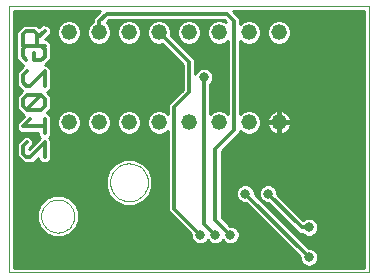
<source format=gbl>
G75*
G70*
%OFA0B0*%
%FSLAX24Y24*%
%IPPOS*%
%LPD*%
%AMOC8*
5,1,8,0,0,1.08239X$1,22.5*
%
%ADD10C,0.0000*%
%ADD11C,0.0520*%
%ADD12C,0.0120*%
%ADD13C,0.0100*%
%ADD14C,0.0317*%
D10*
X000282Y000282D02*
X000282Y009152D01*
X012274Y009152D01*
X012274Y000282D01*
X000282Y000282D01*
X001356Y002157D02*
X001358Y002204D01*
X001364Y002250D01*
X001374Y002296D01*
X001387Y002341D01*
X001405Y002384D01*
X001426Y002426D01*
X001450Y002466D01*
X001478Y002503D01*
X001509Y002538D01*
X001543Y002571D01*
X001579Y002600D01*
X001618Y002626D01*
X001659Y002649D01*
X001702Y002668D01*
X001746Y002684D01*
X001791Y002696D01*
X001837Y002704D01*
X001884Y002708D01*
X001930Y002708D01*
X001977Y002704D01*
X002023Y002696D01*
X002068Y002684D01*
X002112Y002668D01*
X002155Y002649D01*
X002196Y002626D01*
X002235Y002600D01*
X002271Y002571D01*
X002305Y002538D01*
X002336Y002503D01*
X002364Y002466D01*
X002388Y002426D01*
X002409Y002384D01*
X002427Y002341D01*
X002440Y002296D01*
X002450Y002250D01*
X002456Y002204D01*
X002458Y002157D01*
X002456Y002110D01*
X002450Y002064D01*
X002440Y002018D01*
X002427Y001973D01*
X002409Y001930D01*
X002388Y001888D01*
X002364Y001848D01*
X002336Y001811D01*
X002305Y001776D01*
X002271Y001743D01*
X002235Y001714D01*
X002196Y001688D01*
X002155Y001665D01*
X002112Y001646D01*
X002068Y001630D01*
X002023Y001618D01*
X001977Y001610D01*
X001930Y001606D01*
X001884Y001606D01*
X001837Y001610D01*
X001791Y001618D01*
X001746Y001630D01*
X001702Y001646D01*
X001659Y001665D01*
X001618Y001688D01*
X001579Y001714D01*
X001543Y001743D01*
X001509Y001776D01*
X001478Y001811D01*
X001450Y001848D01*
X001426Y001888D01*
X001405Y001930D01*
X001387Y001973D01*
X001374Y002018D01*
X001364Y002064D01*
X001358Y002110D01*
X001356Y002157D01*
X003652Y003282D02*
X003654Y003332D01*
X003660Y003382D01*
X003670Y003431D01*
X003684Y003479D01*
X003701Y003526D01*
X003722Y003571D01*
X003747Y003615D01*
X003775Y003656D01*
X003807Y003695D01*
X003841Y003732D01*
X003878Y003766D01*
X003918Y003796D01*
X003960Y003823D01*
X004004Y003847D01*
X004050Y003868D01*
X004097Y003884D01*
X004145Y003897D01*
X004195Y003906D01*
X004244Y003911D01*
X004295Y003912D01*
X004345Y003909D01*
X004394Y003902D01*
X004443Y003891D01*
X004491Y003876D01*
X004537Y003858D01*
X004582Y003836D01*
X004625Y003810D01*
X004666Y003781D01*
X004705Y003749D01*
X004741Y003714D01*
X004773Y003676D01*
X004803Y003636D01*
X004830Y003593D01*
X004853Y003549D01*
X004872Y003503D01*
X004888Y003455D01*
X004900Y003406D01*
X004908Y003357D01*
X004912Y003307D01*
X004912Y003257D01*
X004908Y003207D01*
X004900Y003158D01*
X004888Y003109D01*
X004872Y003061D01*
X004853Y003015D01*
X004830Y002971D01*
X004803Y002928D01*
X004773Y002888D01*
X004741Y002850D01*
X004705Y002815D01*
X004666Y002783D01*
X004625Y002754D01*
X004582Y002728D01*
X004537Y002706D01*
X004491Y002688D01*
X004443Y002673D01*
X004394Y002662D01*
X004345Y002655D01*
X004295Y002652D01*
X004244Y002653D01*
X004195Y002658D01*
X004145Y002667D01*
X004097Y002680D01*
X004050Y002696D01*
X004004Y002717D01*
X003960Y002741D01*
X003918Y002768D01*
X003878Y002798D01*
X003841Y002832D01*
X003807Y002869D01*
X003775Y002908D01*
X003747Y002949D01*
X003722Y002993D01*
X003701Y003038D01*
X003684Y003085D01*
X003670Y003133D01*
X003660Y003182D01*
X003654Y003232D01*
X003652Y003282D01*
D11*
X003282Y005282D03*
X002282Y005282D03*
X004282Y005282D03*
X005282Y005282D03*
X006282Y005282D03*
X007282Y005282D03*
X008282Y005282D03*
X009282Y005282D03*
X009282Y008282D03*
X008282Y008282D03*
X007282Y008282D03*
X006282Y008282D03*
X005282Y008282D03*
X004282Y008282D03*
X003282Y008282D03*
X002282Y008282D03*
D12*
X001472Y008332D02*
X001222Y008092D01*
X001222Y007842D01*
X000732Y007842D01*
X000732Y008212D01*
X000852Y008332D01*
X001102Y008332D01*
X001222Y008212D01*
X001222Y008092D01*
X001222Y007842D02*
X001472Y007842D01*
X001352Y007842D02*
X001222Y007842D01*
X000852Y007842D01*
X000732Y007722D01*
X000732Y007482D01*
X000852Y007362D01*
X001102Y007352D02*
X001102Y007602D01*
X001102Y007352D02*
X001342Y007352D01*
X001472Y007472D01*
X001472Y007722D01*
X001352Y007842D01*
X001472Y006982D02*
X000992Y006492D01*
X000872Y006492D01*
X000862Y006492D02*
X000742Y006612D01*
X000742Y006852D01*
X000872Y006982D01*
X001472Y006982D02*
X001472Y006492D01*
X001352Y006182D02*
X001472Y006062D01*
X001472Y005822D01*
X001352Y005702D01*
X000872Y005702D01*
X000752Y005822D01*
X000752Y006062D01*
X000872Y006182D01*
X001352Y006182D01*
X000872Y005712D01*
X000995Y005392D02*
X000752Y005150D01*
X000760Y005150D02*
X001465Y005150D01*
X001472Y004910D02*
X001472Y005395D01*
X001472Y004612D02*
X000992Y004122D01*
X000872Y004122D01*
X000862Y004122D02*
X000742Y004242D01*
X000742Y004482D01*
X000872Y004612D01*
X001472Y004605D02*
X001472Y004120D01*
X005782Y005782D02*
X005782Y002407D01*
X006657Y001532D01*
X006782Y001907D02*
X007157Y001532D01*
X007657Y001532D02*
X007157Y002032D01*
X007157Y004407D01*
X007782Y005032D01*
X007782Y008657D01*
X007532Y008907D01*
X003532Y008907D01*
X003282Y008657D01*
X003282Y008282D01*
X005282Y008282D02*
X006282Y007282D01*
X006282Y006282D01*
X005782Y005782D01*
X006782Y006782D02*
X006782Y001907D01*
X008157Y002907D02*
X010282Y000782D01*
X010282Y001782D02*
X010032Y001782D01*
X008907Y002907D01*
D13*
X008629Y003041D02*
X008435Y003041D01*
X008419Y003082D02*
X008332Y003169D01*
X008219Y003216D01*
X008096Y003216D01*
X007982Y003169D01*
X007896Y003082D01*
X007849Y002969D01*
X007849Y002846D01*
X007896Y002732D01*
X007982Y002646D01*
X008096Y002599D01*
X008169Y002599D01*
X009974Y000794D01*
X009974Y000721D01*
X010021Y000607D01*
X010107Y000521D01*
X010221Y000474D01*
X010344Y000474D01*
X010457Y000521D01*
X010544Y000607D01*
X010591Y000721D01*
X010591Y000844D01*
X010544Y000957D01*
X010457Y001044D01*
X010344Y001091D01*
X010271Y001091D01*
X008466Y002896D01*
X008466Y002969D01*
X008419Y003082D01*
X008361Y003140D02*
X008704Y003140D01*
X008732Y003169D02*
X008646Y003082D01*
X008599Y002969D01*
X008599Y002846D01*
X008646Y002732D01*
X008732Y002646D01*
X008846Y002599D01*
X008919Y002599D01*
X009822Y001695D01*
X009945Y001572D01*
X010056Y001572D01*
X010107Y001521D01*
X010221Y001474D01*
X010344Y001474D01*
X010457Y001521D01*
X010544Y001607D01*
X010591Y001721D01*
X010591Y001844D01*
X010544Y001957D01*
X010457Y002044D01*
X010344Y002091D01*
X010221Y002091D01*
X010107Y002044D01*
X010088Y002024D01*
X009216Y002896D01*
X009216Y002969D01*
X009169Y003082D01*
X009082Y003169D01*
X008969Y003216D01*
X008846Y003216D01*
X008732Y003169D01*
X008599Y002943D02*
X008466Y002943D01*
X008517Y002844D02*
X008599Y002844D01*
X008616Y002746D02*
X008640Y002746D01*
X008714Y002647D02*
X008731Y002647D01*
X008813Y002549D02*
X008969Y002549D01*
X008911Y002450D02*
X009067Y002450D01*
X009010Y002352D02*
X009166Y002352D01*
X009108Y002253D02*
X009264Y002253D01*
X009207Y002155D02*
X009363Y002155D01*
X009305Y002056D02*
X009461Y002056D01*
X009404Y001957D02*
X009560Y001957D01*
X009502Y001859D02*
X009659Y001859D01*
X009601Y001760D02*
X009757Y001760D01*
X009700Y001662D02*
X009856Y001662D01*
X009798Y001563D02*
X010065Y001563D01*
X009897Y001465D02*
X012124Y001465D01*
X012124Y001563D02*
X010499Y001563D01*
X010566Y001662D02*
X012124Y001662D01*
X012124Y001760D02*
X010591Y001760D01*
X010584Y001859D02*
X012124Y001859D01*
X012124Y001957D02*
X010543Y001957D01*
X010427Y002056D02*
X012124Y002056D01*
X012124Y002155D02*
X009957Y002155D01*
X009858Y002253D02*
X012124Y002253D01*
X012124Y002352D02*
X009760Y002352D01*
X009661Y002450D02*
X012124Y002450D01*
X012124Y002549D02*
X009563Y002549D01*
X009464Y002647D02*
X012124Y002647D01*
X012124Y002746D02*
X009366Y002746D01*
X009267Y002844D02*
X012124Y002844D01*
X012124Y002943D02*
X009216Y002943D01*
X009185Y003041D02*
X012124Y003041D01*
X012124Y003140D02*
X009111Y003140D01*
X008219Y002549D02*
X007367Y002549D01*
X007367Y002647D02*
X007981Y002647D01*
X007890Y002746D02*
X007367Y002746D01*
X007367Y002844D02*
X007849Y002844D01*
X007849Y002943D02*
X007367Y002943D01*
X007367Y003041D02*
X007879Y003041D01*
X007954Y003140D02*
X007367Y003140D01*
X007367Y003239D02*
X012124Y003239D01*
X012124Y003337D02*
X007367Y003337D01*
X007367Y003436D02*
X012124Y003436D01*
X012124Y003534D02*
X007367Y003534D01*
X007367Y003633D02*
X012124Y003633D01*
X012124Y003731D02*
X007367Y003731D01*
X007367Y003830D02*
X012124Y003830D01*
X012124Y003928D02*
X007367Y003928D01*
X007367Y004027D02*
X012124Y004027D01*
X012124Y004125D02*
X007367Y004125D01*
X007367Y004224D02*
X012124Y004224D01*
X012124Y004322D02*
X007369Y004322D01*
X007367Y004320D02*
X007869Y004822D01*
X007992Y004945D01*
X007992Y004992D01*
X008050Y004935D01*
X008201Y004872D01*
X008364Y004872D01*
X008514Y004935D01*
X008630Y005050D01*
X008692Y005201D01*
X008692Y005364D01*
X008630Y005514D01*
X008514Y005630D01*
X008364Y005692D01*
X008201Y005692D01*
X008050Y005630D01*
X007992Y005572D01*
X007992Y007992D01*
X008050Y007935D01*
X008201Y007872D01*
X008364Y007872D01*
X008514Y007935D01*
X008630Y008050D01*
X008692Y008201D01*
X008692Y008364D01*
X008630Y008514D01*
X008514Y008630D01*
X008364Y008692D01*
X008201Y008692D01*
X008050Y008630D01*
X007992Y008572D01*
X007992Y008744D01*
X007869Y008867D01*
X007734Y009002D01*
X012124Y009002D01*
X012124Y000432D01*
X000432Y000432D01*
X000432Y009002D01*
X003330Y009002D01*
X003322Y008994D01*
X003072Y008744D01*
X003072Y008639D01*
X003050Y008630D01*
X002935Y008514D01*
X002872Y008364D01*
X002872Y008201D01*
X002935Y008050D01*
X003050Y007935D01*
X003201Y007872D01*
X003364Y007872D01*
X003514Y007935D01*
X003630Y008050D01*
X003692Y008201D01*
X003692Y008364D01*
X003630Y008514D01*
X003533Y008611D01*
X003619Y008697D01*
X007445Y008697D01*
X007511Y008631D01*
X007364Y008692D01*
X007201Y008692D01*
X007050Y008630D01*
X006935Y008514D01*
X006872Y008364D01*
X006872Y008201D01*
X006935Y008050D01*
X007050Y007935D01*
X007201Y007872D01*
X007364Y007872D01*
X007514Y007935D01*
X007572Y007992D01*
X007572Y005572D01*
X007514Y005630D01*
X007364Y005692D01*
X007201Y005692D01*
X007050Y005630D01*
X006992Y005572D01*
X006992Y006556D01*
X007044Y006607D01*
X007091Y006721D01*
X007091Y006844D01*
X007044Y006957D01*
X006957Y007044D01*
X006844Y007091D01*
X006721Y007091D01*
X006607Y007044D01*
X006521Y006957D01*
X006492Y006888D01*
X006492Y007369D01*
X006369Y007492D01*
X005683Y008178D01*
X005692Y008201D01*
X005692Y008364D01*
X005630Y008514D01*
X005514Y008630D01*
X005364Y008692D01*
X005201Y008692D01*
X005050Y008630D01*
X004935Y008514D01*
X004872Y008364D01*
X004872Y008201D01*
X004935Y008050D01*
X005050Y007935D01*
X005201Y007872D01*
X005364Y007872D01*
X005386Y007881D01*
X006072Y007195D01*
X006072Y006369D01*
X005695Y005992D01*
X005572Y005869D01*
X005572Y005572D01*
X005514Y005630D01*
X005364Y005692D01*
X005201Y005692D01*
X005050Y005630D01*
X004935Y005514D01*
X004872Y005364D01*
X004872Y005201D01*
X004935Y005050D01*
X005050Y004935D01*
X005201Y004872D01*
X005364Y004872D01*
X005514Y004935D01*
X005572Y004992D01*
X005572Y002494D01*
X005572Y002320D01*
X006349Y001544D01*
X006349Y001471D01*
X006396Y001357D01*
X006482Y001271D01*
X006596Y001224D01*
X006719Y001224D01*
X006832Y001271D01*
X006907Y001346D01*
X006982Y001271D01*
X007096Y001224D01*
X007219Y001224D01*
X007332Y001271D01*
X007407Y001346D01*
X007482Y001271D01*
X007596Y001224D01*
X007719Y001224D01*
X007832Y001271D01*
X007919Y001357D01*
X007966Y001471D01*
X007966Y001594D01*
X007919Y001707D01*
X007832Y001794D01*
X007719Y001841D01*
X007646Y001841D01*
X007367Y002119D01*
X007367Y004320D01*
X007468Y004421D02*
X012124Y004421D01*
X012124Y004520D02*
X007567Y004520D01*
X007665Y004618D02*
X012124Y004618D01*
X012124Y004717D02*
X007764Y004717D01*
X007862Y004815D02*
X012124Y004815D01*
X012124Y004914D02*
X009462Y004914D01*
X009440Y004902D02*
X009497Y004932D01*
X009549Y004969D01*
X009595Y005015D01*
X009633Y005067D01*
X009662Y005125D01*
X009682Y005186D01*
X009692Y005250D01*
X009692Y005252D01*
X009312Y005252D01*
X009312Y004872D01*
X009314Y004872D01*
X009378Y004882D01*
X009440Y004902D01*
X009312Y004914D02*
X009252Y004914D01*
X009252Y004872D02*
X009252Y005252D01*
X008872Y005252D01*
X008872Y005250D01*
X008882Y005186D01*
X008902Y005125D01*
X008932Y005067D01*
X008969Y005015D01*
X009015Y004969D01*
X009067Y004932D01*
X009125Y004902D01*
X009186Y004882D01*
X009250Y004872D01*
X009252Y004872D01*
X009102Y004914D02*
X008464Y004914D01*
X008592Y005012D02*
X008972Y005012D01*
X008909Y005111D02*
X008655Y005111D01*
X008692Y005209D02*
X008879Y005209D01*
X008872Y005312D02*
X009252Y005312D01*
X009252Y005252D01*
X009312Y005252D01*
X009312Y005312D01*
X009252Y005312D01*
X009252Y005692D01*
X009250Y005692D01*
X009186Y005682D01*
X009125Y005662D01*
X009067Y005633D01*
X009015Y005595D01*
X008969Y005549D01*
X008932Y005497D01*
X008902Y005440D01*
X008882Y005378D01*
X008872Y005314D01*
X008872Y005312D01*
X008891Y005406D02*
X008674Y005406D01*
X008692Y005308D02*
X009252Y005308D01*
X009312Y005312D02*
X009312Y005692D01*
X009314Y005692D01*
X009378Y005682D01*
X009440Y005662D01*
X009497Y005633D01*
X009549Y005595D01*
X009595Y005549D01*
X009633Y005497D01*
X009662Y005440D01*
X009682Y005378D01*
X009692Y005314D01*
X009692Y005312D01*
X009312Y005312D01*
X009312Y005308D02*
X012124Y005308D01*
X012124Y005406D02*
X009673Y005406D01*
X009627Y005505D02*
X012124Y005505D01*
X012124Y005604D02*
X009537Y005604D01*
X009312Y005604D02*
X009252Y005604D01*
X009252Y005505D02*
X009312Y005505D01*
X009312Y005406D02*
X009252Y005406D01*
X009252Y005209D02*
X009312Y005209D01*
X009312Y005111D02*
X009252Y005111D01*
X009252Y005012D02*
X009312Y005012D01*
X009592Y005012D02*
X012124Y005012D01*
X012124Y005111D02*
X009655Y005111D01*
X009686Y005209D02*
X012124Y005209D01*
X012124Y005702D02*
X007992Y005702D01*
X007992Y005604D02*
X008024Y005604D01*
X007992Y005801D02*
X012124Y005801D01*
X012124Y005899D02*
X007992Y005899D01*
X007992Y005998D02*
X012124Y005998D01*
X012124Y006096D02*
X007992Y006096D01*
X007992Y006195D02*
X012124Y006195D01*
X012124Y006293D02*
X007992Y006293D01*
X007992Y006392D02*
X012124Y006392D01*
X012124Y006490D02*
X007992Y006490D01*
X007992Y006589D02*
X012124Y006589D01*
X012124Y006688D02*
X007992Y006688D01*
X007992Y006786D02*
X012124Y006786D01*
X012124Y006885D02*
X007992Y006885D01*
X007992Y006983D02*
X012124Y006983D01*
X012124Y007082D02*
X007992Y007082D01*
X007992Y007180D02*
X012124Y007180D01*
X012124Y007279D02*
X007992Y007279D01*
X007992Y007377D02*
X012124Y007377D01*
X012124Y007476D02*
X007992Y007476D01*
X007992Y007574D02*
X012124Y007574D01*
X012124Y007673D02*
X007992Y007673D01*
X007992Y007771D02*
X012124Y007771D01*
X012124Y007870D02*
X007992Y007870D01*
X007992Y007969D02*
X008016Y007969D01*
X007572Y007969D02*
X007548Y007969D01*
X007572Y007870D02*
X005991Y007870D01*
X006050Y007935D02*
X006201Y007872D01*
X006364Y007872D01*
X006514Y007935D01*
X006630Y008050D01*
X006692Y008201D01*
X006692Y008364D01*
X006630Y008514D01*
X006514Y008630D01*
X006364Y008692D01*
X006201Y008692D01*
X006050Y008630D01*
X005935Y008514D01*
X005872Y008364D01*
X005872Y008201D01*
X005935Y008050D01*
X006050Y007935D01*
X006016Y007969D02*
X005893Y007969D01*
X005927Y008067D02*
X005794Y008067D01*
X005887Y008166D02*
X005696Y008166D01*
X005692Y008264D02*
X005872Y008264D01*
X005872Y008363D02*
X005692Y008363D01*
X005652Y008461D02*
X005913Y008461D01*
X005980Y008560D02*
X005584Y008560D01*
X005445Y008658D02*
X006119Y008658D01*
X006445Y008658D02*
X007119Y008658D01*
X006980Y008560D02*
X006584Y008560D01*
X006652Y008461D02*
X006913Y008461D01*
X006872Y008363D02*
X006692Y008363D01*
X006692Y008264D02*
X006872Y008264D01*
X006887Y008166D02*
X006678Y008166D01*
X006637Y008067D02*
X006927Y008067D01*
X007016Y007969D02*
X006548Y007969D01*
X006188Y007673D02*
X007572Y007673D01*
X007572Y007771D02*
X006090Y007771D01*
X006287Y007574D02*
X007572Y007574D01*
X007572Y007476D02*
X006385Y007476D01*
X006484Y007377D02*
X007572Y007377D01*
X007572Y007279D02*
X006492Y007279D01*
X006492Y007180D02*
X007572Y007180D01*
X007572Y007082D02*
X006865Y007082D01*
X006699Y007082D02*
X006492Y007082D01*
X006492Y006983D02*
X006547Y006983D01*
X007017Y006983D02*
X007572Y006983D01*
X007572Y006885D02*
X007074Y006885D01*
X007091Y006786D02*
X007572Y006786D01*
X007572Y006688D02*
X007077Y006688D01*
X007025Y006589D02*
X007572Y006589D01*
X007572Y006490D02*
X006992Y006490D01*
X006992Y006392D02*
X007572Y006392D01*
X007572Y006293D02*
X006992Y006293D01*
X006992Y006195D02*
X007572Y006195D01*
X007572Y006096D02*
X006992Y006096D01*
X006992Y005998D02*
X007572Y005998D01*
X007572Y005899D02*
X006992Y005899D01*
X006992Y005801D02*
X007572Y005801D01*
X007572Y005702D02*
X006992Y005702D01*
X006992Y005604D02*
X007024Y005604D01*
X007541Y005604D02*
X007572Y005604D01*
X007961Y004914D02*
X008100Y004914D01*
X008634Y005505D02*
X008937Y005505D01*
X009027Y005604D02*
X008541Y005604D01*
X006072Y006392D02*
X001669Y006392D01*
X001682Y006405D02*
X001682Y006896D01*
X001683Y006897D01*
X001682Y006982D01*
X001682Y007069D01*
X001681Y007070D01*
X001681Y007071D01*
X001620Y007131D01*
X001559Y007192D01*
X001558Y007192D01*
X001557Y007193D01*
X001479Y007192D01*
X001488Y007201D01*
X001554Y007262D01*
X001559Y007262D01*
X001618Y007321D01*
X001679Y007377D01*
X001679Y007382D01*
X001682Y007385D01*
X001682Y007468D01*
X001685Y007551D01*
X001682Y007554D01*
X001682Y007635D01*
X001682Y007755D01*
X001682Y007929D01*
X001559Y008052D01*
X001484Y008052D01*
X001680Y008241D01*
X001684Y008415D01*
X001563Y008540D01*
X001389Y008544D01*
X001286Y008445D01*
X001189Y008542D01*
X001015Y008542D01*
X000765Y008542D01*
X000642Y008419D01*
X000522Y008299D01*
X000522Y008125D01*
X000522Y007809D01*
X000522Y007569D01*
X000522Y007395D01*
X000755Y007162D01*
X000655Y007062D01*
X000532Y006939D01*
X000532Y006699D01*
X000532Y006525D01*
X000725Y006332D01*
X000662Y006269D01*
X000542Y006149D01*
X000542Y005975D01*
X000542Y005735D01*
X000665Y005612D01*
X000785Y005492D01*
X000798Y005492D01*
X000542Y005237D01*
X000542Y005063D01*
X000665Y004940D01*
X000673Y004940D01*
X001262Y004940D01*
X001262Y004823D01*
X001324Y004761D01*
X000952Y004381D01*
X000952Y004395D01*
X001082Y004525D01*
X001082Y004699D01*
X000959Y004822D01*
X000785Y004822D01*
X000655Y004692D01*
X000532Y004569D01*
X000532Y004329D01*
X000532Y004155D01*
X000775Y003912D01*
X000906Y003912D01*
X000907Y003911D01*
X000992Y003912D01*
X001079Y003912D01*
X001080Y003913D01*
X001081Y003913D01*
X001142Y003975D01*
X001202Y004035D01*
X001202Y004036D01*
X001262Y004098D01*
X001262Y004033D01*
X001385Y003910D01*
X001559Y003910D01*
X001682Y004033D01*
X001682Y004526D01*
X001683Y004527D01*
X001682Y004612D01*
X001682Y004692D01*
X001681Y004692D01*
X001681Y004701D01*
X001620Y004761D01*
X001682Y004823D01*
X001682Y005482D01*
X001559Y005605D01*
X001552Y005605D01*
X001562Y005615D01*
X001682Y005735D01*
X001682Y005909D01*
X001682Y005975D01*
X001682Y006149D01*
X001549Y006282D01*
X001559Y006282D01*
X001682Y006405D01*
X001682Y006490D02*
X006072Y006490D01*
X006072Y006589D02*
X001682Y006589D01*
X001682Y006688D02*
X006072Y006688D01*
X006072Y006786D02*
X001682Y006786D01*
X001682Y006885D02*
X006072Y006885D01*
X006072Y006983D02*
X001682Y006983D01*
X001671Y007082D02*
X006072Y007082D01*
X006072Y007180D02*
X001571Y007180D01*
X001576Y007279D02*
X005989Y007279D01*
X005890Y007377D02*
X001679Y007377D01*
X001682Y007476D02*
X005792Y007476D01*
X005693Y007574D02*
X001682Y007574D01*
X001682Y007673D02*
X005594Y007673D01*
X005496Y007771D02*
X001682Y007771D01*
X001682Y007870D02*
X005397Y007870D01*
X005016Y007969D02*
X004548Y007969D01*
X004514Y007935D02*
X004630Y008050D01*
X004692Y008201D01*
X004692Y008364D01*
X004630Y008514D01*
X004514Y008630D01*
X004364Y008692D01*
X004201Y008692D01*
X004050Y008630D01*
X003935Y008514D01*
X003872Y008364D01*
X003872Y008201D01*
X003935Y008050D01*
X004050Y007935D01*
X004201Y007872D01*
X004364Y007872D01*
X004514Y007935D01*
X004637Y008067D02*
X004927Y008067D01*
X004887Y008166D02*
X004678Y008166D01*
X004692Y008264D02*
X004872Y008264D01*
X004872Y008363D02*
X004692Y008363D01*
X004652Y008461D02*
X004913Y008461D01*
X004980Y008560D02*
X004584Y008560D01*
X004445Y008658D02*
X005119Y008658D01*
X004119Y008658D02*
X003580Y008658D01*
X003584Y008560D02*
X003980Y008560D01*
X003913Y008461D02*
X003652Y008461D01*
X003692Y008363D02*
X003872Y008363D01*
X003872Y008264D02*
X003692Y008264D01*
X003678Y008166D02*
X003887Y008166D01*
X003927Y008067D02*
X003637Y008067D01*
X003548Y007969D02*
X004016Y007969D01*
X003016Y007969D02*
X002548Y007969D01*
X002514Y007935D02*
X002630Y008050D01*
X002692Y008201D01*
X002692Y008364D01*
X002630Y008514D01*
X002514Y008630D01*
X002364Y008692D01*
X002201Y008692D01*
X002050Y008630D01*
X001935Y008514D01*
X001872Y008364D01*
X001872Y008201D01*
X001935Y008050D01*
X002050Y007935D01*
X002201Y007872D01*
X002364Y007872D01*
X002514Y007935D01*
X002637Y008067D02*
X002927Y008067D01*
X002887Y008166D02*
X002678Y008166D01*
X002692Y008264D02*
X002872Y008264D01*
X002872Y008363D02*
X002692Y008363D01*
X002652Y008461D02*
X002913Y008461D01*
X002980Y008560D02*
X002584Y008560D01*
X002445Y008658D02*
X003072Y008658D01*
X003085Y008757D02*
X000432Y008757D01*
X000432Y008855D02*
X003184Y008855D01*
X003282Y008954D02*
X000432Y008954D01*
X000432Y008658D02*
X002119Y008658D01*
X001980Y008560D02*
X000432Y008560D01*
X000432Y008461D02*
X000684Y008461D01*
X000586Y008363D02*
X000432Y008363D01*
X000432Y008264D02*
X000522Y008264D01*
X000522Y008166D02*
X000432Y008166D01*
X000432Y008067D02*
X000522Y008067D01*
X000522Y007969D02*
X000432Y007969D01*
X000432Y007870D02*
X000522Y007870D01*
X000522Y007771D02*
X000432Y007771D01*
X000432Y007673D02*
X000522Y007673D01*
X000522Y007574D02*
X000432Y007574D01*
X000432Y007476D02*
X000522Y007476D01*
X000540Y007377D02*
X000432Y007377D01*
X000432Y007279D02*
X000639Y007279D01*
X000737Y007180D02*
X000432Y007180D01*
X000432Y007082D02*
X000675Y007082D01*
X000576Y006983D02*
X000432Y006983D01*
X000432Y006885D02*
X000532Y006885D01*
X000532Y006786D02*
X000432Y006786D01*
X000432Y006688D02*
X000532Y006688D01*
X000532Y006589D02*
X000432Y006589D01*
X000432Y006490D02*
X000567Y006490D01*
X000666Y006392D02*
X000432Y006392D01*
X000432Y006293D02*
X000686Y006293D01*
X000588Y006195D02*
X000432Y006195D01*
X000432Y006096D02*
X000542Y006096D01*
X000542Y005998D02*
X000432Y005998D01*
X000432Y005899D02*
X000542Y005899D01*
X000542Y005801D02*
X000432Y005801D01*
X000432Y005702D02*
X000575Y005702D01*
X000674Y005604D02*
X000432Y005604D01*
X000432Y005505D02*
X000772Y005505D01*
X000712Y005406D02*
X000432Y005406D01*
X000432Y005308D02*
X000613Y005308D01*
X000542Y005209D02*
X000432Y005209D01*
X000432Y005111D02*
X000542Y005111D01*
X000593Y005012D02*
X000432Y005012D01*
X000432Y004914D02*
X001262Y004914D01*
X001270Y004815D02*
X000966Y004815D01*
X001065Y004717D02*
X001281Y004717D01*
X001184Y004618D02*
X001082Y004618D01*
X001077Y004520D02*
X001088Y004520D01*
X000991Y004421D02*
X000978Y004421D01*
X000581Y004618D02*
X000432Y004618D01*
X000432Y004520D02*
X000532Y004520D01*
X000532Y004421D02*
X000432Y004421D01*
X000432Y004322D02*
X000532Y004322D01*
X000532Y004224D02*
X000432Y004224D01*
X000432Y004125D02*
X000562Y004125D01*
X000661Y004027D02*
X000432Y004027D01*
X000432Y003928D02*
X000759Y003928D01*
X001096Y003928D02*
X001367Y003928D01*
X001268Y004027D02*
X001194Y004027D01*
X001578Y003928D02*
X003825Y003928D01*
X003840Y003943D02*
X003621Y003724D01*
X003502Y003437D01*
X003502Y003127D01*
X003621Y002840D01*
X003840Y002621D01*
X004127Y002502D01*
X004437Y002502D01*
X004724Y002621D01*
X004943Y002840D01*
X005062Y003127D01*
X005062Y003437D01*
X004943Y003724D01*
X004724Y003943D01*
X004437Y004062D01*
X004127Y004062D01*
X003840Y003943D01*
X003727Y003830D02*
X000432Y003830D01*
X000432Y003731D02*
X003628Y003731D01*
X003583Y003633D02*
X000432Y003633D01*
X000432Y003534D02*
X003542Y003534D01*
X003502Y003436D02*
X000432Y003436D01*
X000432Y003337D02*
X003502Y003337D01*
X003502Y003239D02*
X000432Y003239D01*
X000432Y003140D02*
X003502Y003140D01*
X003538Y003041D02*
X000432Y003041D01*
X000432Y002943D02*
X003579Y002943D01*
X003619Y002844D02*
X002081Y002844D01*
X002047Y002858D02*
X001768Y002858D01*
X001510Y002752D01*
X001313Y002554D01*
X001206Y002297D01*
X001206Y002018D01*
X001313Y001760D01*
X001510Y001563D01*
X001768Y001456D01*
X002047Y001456D01*
X002304Y001563D01*
X002502Y001760D01*
X002608Y002018D01*
X002608Y002297D01*
X002502Y002554D01*
X002304Y002752D01*
X002047Y002858D01*
X002310Y002746D02*
X003716Y002746D01*
X003814Y002647D02*
X002409Y002647D01*
X002504Y002549D02*
X004015Y002549D01*
X004549Y002549D02*
X005572Y002549D01*
X005572Y002647D02*
X004750Y002647D01*
X004849Y002746D02*
X005572Y002746D01*
X005572Y002844D02*
X004945Y002844D01*
X004986Y002943D02*
X005572Y002943D01*
X005572Y003041D02*
X005027Y003041D01*
X005062Y003140D02*
X005572Y003140D01*
X005572Y003239D02*
X005062Y003239D01*
X005062Y003337D02*
X005572Y003337D01*
X005572Y003436D02*
X005062Y003436D01*
X005022Y003534D02*
X005572Y003534D01*
X005572Y003633D02*
X004981Y003633D01*
X004936Y003731D02*
X005572Y003731D01*
X005572Y003830D02*
X004838Y003830D01*
X004739Y003928D02*
X005572Y003928D01*
X005572Y004027D02*
X004522Y004027D01*
X004042Y004027D02*
X001676Y004027D01*
X001682Y004125D02*
X005572Y004125D01*
X005572Y004224D02*
X001682Y004224D01*
X001682Y004322D02*
X005572Y004322D01*
X005572Y004421D02*
X001682Y004421D01*
X001682Y004520D02*
X005572Y004520D01*
X005572Y004618D02*
X001682Y004618D01*
X001666Y004717D02*
X005572Y004717D01*
X005572Y004815D02*
X001675Y004815D01*
X001682Y004914D02*
X002100Y004914D01*
X002050Y004935D02*
X002201Y004872D01*
X002364Y004872D01*
X002514Y004935D01*
X002630Y005050D01*
X002692Y005201D01*
X002692Y005364D01*
X002630Y005514D01*
X002514Y005630D01*
X002364Y005692D01*
X002201Y005692D01*
X002050Y005630D01*
X001935Y005514D01*
X001872Y005364D01*
X001872Y005201D01*
X001935Y005050D01*
X002050Y004935D01*
X001972Y005012D02*
X001682Y005012D01*
X001682Y005111D02*
X001909Y005111D01*
X001872Y005209D02*
X001682Y005209D01*
X001682Y005308D02*
X001872Y005308D01*
X001890Y005406D02*
X001682Y005406D01*
X001659Y005505D02*
X001931Y005505D01*
X002024Y005604D02*
X001560Y005604D01*
X001649Y005702D02*
X005572Y005702D01*
X005572Y005604D02*
X005541Y005604D01*
X005572Y005801D02*
X001682Y005801D01*
X001682Y005899D02*
X005602Y005899D01*
X005701Y005998D02*
X001682Y005998D01*
X001682Y006096D02*
X005799Y006096D01*
X005898Y006195D02*
X001637Y006195D01*
X001570Y006293D02*
X005996Y006293D01*
X005024Y005604D02*
X004541Y005604D01*
X004514Y005630D02*
X004630Y005514D01*
X004692Y005364D01*
X004692Y005201D01*
X004630Y005050D01*
X004514Y004935D01*
X004364Y004872D01*
X004201Y004872D01*
X004050Y004935D01*
X003935Y005050D01*
X003872Y005201D01*
X003872Y005364D01*
X003935Y005514D01*
X004050Y005630D01*
X004201Y005692D01*
X004364Y005692D01*
X004514Y005630D01*
X004634Y005505D02*
X004931Y005505D01*
X004890Y005406D02*
X004674Y005406D01*
X004692Y005308D02*
X004872Y005308D01*
X004872Y005209D02*
X004692Y005209D01*
X004655Y005111D02*
X004909Y005111D01*
X004972Y005012D02*
X004592Y005012D01*
X004464Y004914D02*
X005100Y004914D01*
X005464Y004914D02*
X005572Y004914D01*
X004100Y004914D02*
X003464Y004914D01*
X003514Y004935D02*
X003630Y005050D01*
X003692Y005201D01*
X003692Y005364D01*
X003630Y005514D01*
X003514Y005630D01*
X003364Y005692D01*
X003201Y005692D01*
X003050Y005630D01*
X002935Y005514D01*
X002872Y005364D01*
X002872Y005201D01*
X002935Y005050D01*
X003050Y004935D01*
X003201Y004872D01*
X003364Y004872D01*
X003514Y004935D01*
X003592Y005012D02*
X003972Y005012D01*
X003909Y005111D02*
X003655Y005111D01*
X003692Y005209D02*
X003872Y005209D01*
X003872Y005308D02*
X003692Y005308D01*
X003674Y005406D02*
X003890Y005406D01*
X003931Y005505D02*
X003634Y005505D01*
X003541Y005604D02*
X004024Y005604D01*
X003024Y005604D02*
X002541Y005604D01*
X002634Y005505D02*
X002931Y005505D01*
X002890Y005406D02*
X002674Y005406D01*
X002692Y005308D02*
X002872Y005308D01*
X002872Y005209D02*
X002692Y005209D01*
X002655Y005111D02*
X002909Y005111D01*
X002972Y005012D02*
X002592Y005012D01*
X002464Y004914D02*
X003100Y004914D01*
X000778Y004815D02*
X000432Y004815D01*
X000432Y004717D02*
X000680Y004717D01*
X000673Y004940D02*
X000673Y004940D01*
X000432Y002844D02*
X001734Y002844D01*
X001504Y002746D02*
X000432Y002746D01*
X000432Y002647D02*
X001406Y002647D01*
X001310Y002549D02*
X000432Y002549D01*
X000432Y002450D02*
X001270Y002450D01*
X001229Y002352D02*
X000432Y002352D01*
X000432Y002253D02*
X001206Y002253D01*
X001206Y002155D02*
X000432Y002155D01*
X000432Y002056D02*
X001206Y002056D01*
X001231Y001957D02*
X000432Y001957D01*
X000432Y001859D02*
X001272Y001859D01*
X001313Y001760D02*
X000432Y001760D01*
X000432Y001662D02*
X001411Y001662D01*
X001509Y001563D02*
X000432Y001563D01*
X000432Y001465D02*
X001747Y001465D01*
X002068Y001465D02*
X006351Y001465D01*
X006329Y001563D02*
X002305Y001563D01*
X002403Y001662D02*
X006231Y001662D01*
X006132Y001760D02*
X002502Y001760D01*
X002543Y001859D02*
X006034Y001859D01*
X005935Y001957D02*
X002583Y001957D01*
X002608Y002056D02*
X005836Y002056D01*
X005738Y002155D02*
X002608Y002155D01*
X002608Y002253D02*
X005639Y002253D01*
X005572Y002352D02*
X002586Y002352D01*
X002545Y002450D02*
X005572Y002450D01*
X006392Y001366D02*
X000432Y001366D01*
X000432Y001268D02*
X006490Y001268D01*
X006824Y001268D02*
X006990Y001268D01*
X007324Y001268D02*
X007490Y001268D01*
X007824Y001268D02*
X009500Y001268D01*
X009401Y001366D02*
X007922Y001366D01*
X007963Y001465D02*
X009303Y001465D01*
X009204Y001563D02*
X007966Y001563D01*
X007937Y001662D02*
X009106Y001662D01*
X009007Y001760D02*
X007865Y001760D01*
X007627Y001859D02*
X008909Y001859D01*
X008810Y001957D02*
X007529Y001957D01*
X007430Y002056D02*
X008711Y002056D01*
X008613Y002155D02*
X007367Y002155D01*
X007367Y002253D02*
X008514Y002253D01*
X008416Y002352D02*
X007367Y002352D01*
X007367Y002450D02*
X008317Y002450D01*
X009598Y001169D02*
X000432Y001169D01*
X000432Y001071D02*
X009697Y001071D01*
X009795Y000972D02*
X000432Y000972D01*
X000432Y000873D02*
X009894Y000873D01*
X009974Y000775D02*
X000432Y000775D01*
X000432Y000676D02*
X009992Y000676D01*
X010050Y000578D02*
X000432Y000578D01*
X000432Y000479D02*
X010208Y000479D01*
X010357Y000479D02*
X012124Y000479D01*
X012124Y000578D02*
X010514Y000578D01*
X010572Y000676D02*
X012124Y000676D01*
X012124Y000775D02*
X010591Y000775D01*
X010578Y000873D02*
X012124Y000873D01*
X012124Y000972D02*
X010529Y000972D01*
X010392Y001071D02*
X012124Y001071D01*
X012124Y001169D02*
X010192Y001169D01*
X010094Y001268D02*
X012124Y001268D01*
X012124Y001366D02*
X009995Y001366D01*
X010055Y002056D02*
X010137Y002056D01*
X009364Y007872D02*
X009201Y007872D01*
X009050Y007935D01*
X008935Y008050D01*
X008872Y008201D01*
X008872Y008364D01*
X008935Y008514D01*
X009050Y008630D01*
X009201Y008692D01*
X009364Y008692D01*
X009514Y008630D01*
X009630Y008514D01*
X009692Y008364D01*
X009692Y008201D01*
X009630Y008050D01*
X009514Y007935D01*
X009364Y007872D01*
X009548Y007969D02*
X012124Y007969D01*
X012124Y008067D02*
X009637Y008067D01*
X009678Y008166D02*
X012124Y008166D01*
X012124Y008264D02*
X009692Y008264D01*
X009692Y008363D02*
X012124Y008363D01*
X012124Y008461D02*
X009652Y008461D01*
X009584Y008560D02*
X012124Y008560D01*
X012124Y008658D02*
X009445Y008658D01*
X009119Y008658D02*
X008445Y008658D01*
X008584Y008560D02*
X008980Y008560D01*
X008913Y008461D02*
X008652Y008461D01*
X008692Y008363D02*
X008872Y008363D01*
X008872Y008264D02*
X008692Y008264D01*
X008678Y008166D02*
X008887Y008166D01*
X008927Y008067D02*
X008637Y008067D01*
X008548Y007969D02*
X009016Y007969D01*
X008119Y008658D02*
X007992Y008658D01*
X007979Y008757D02*
X012124Y008757D01*
X012124Y008855D02*
X007881Y008855D01*
X007782Y008954D02*
X012124Y008954D01*
X007484Y008658D02*
X007445Y008658D01*
X002016Y007969D02*
X001643Y007969D01*
X001499Y008067D02*
X001927Y008067D01*
X001887Y008166D02*
X001602Y008166D01*
X001681Y008264D02*
X001872Y008264D01*
X001872Y008363D02*
X001683Y008363D01*
X001639Y008461D02*
X001913Y008461D01*
X001304Y008461D02*
X001270Y008461D01*
D14*
X006782Y006782D03*
X010657Y007532D03*
X011157Y007532D03*
X011657Y007532D03*
X010157Y003032D03*
X010157Y002157D03*
X010282Y001782D03*
X010282Y000782D03*
X007657Y001532D03*
X007157Y001532D03*
X006657Y001532D03*
X008157Y002907D03*
X008907Y002907D03*
M02*

</source>
